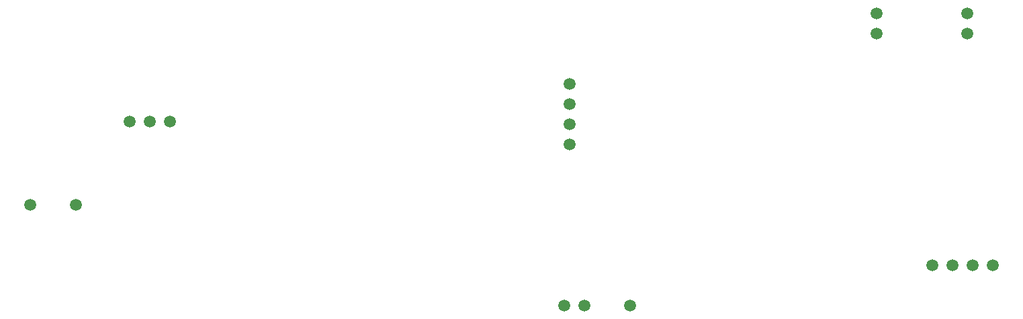
<source format=gbr>
G04 DipTrace 2.4.0.2*
%INBottomPaste.gbr*%
%MOIN*%
%ADD52C,0.0591*%
%FSLAX44Y44*%
G04*
G70*
G90*
G75*
G01*
%LNBotPaste*%
%LPD*%
D52*
X7937Y12625D3*
X8937D3*
X9937D3*
X50750Y5500D3*
X45000Y17000D3*
Y18000D3*
X47750Y5500D3*
X49500Y17000D3*
Y18000D3*
X48750Y5500D3*
X49750D3*
X29750Y11500D3*
Y12500D3*
Y13500D3*
Y14500D3*
X30500Y3500D3*
X29500D3*
X3000Y8500D3*
X5250D3*
X32750Y3500D3*
M02*

</source>
